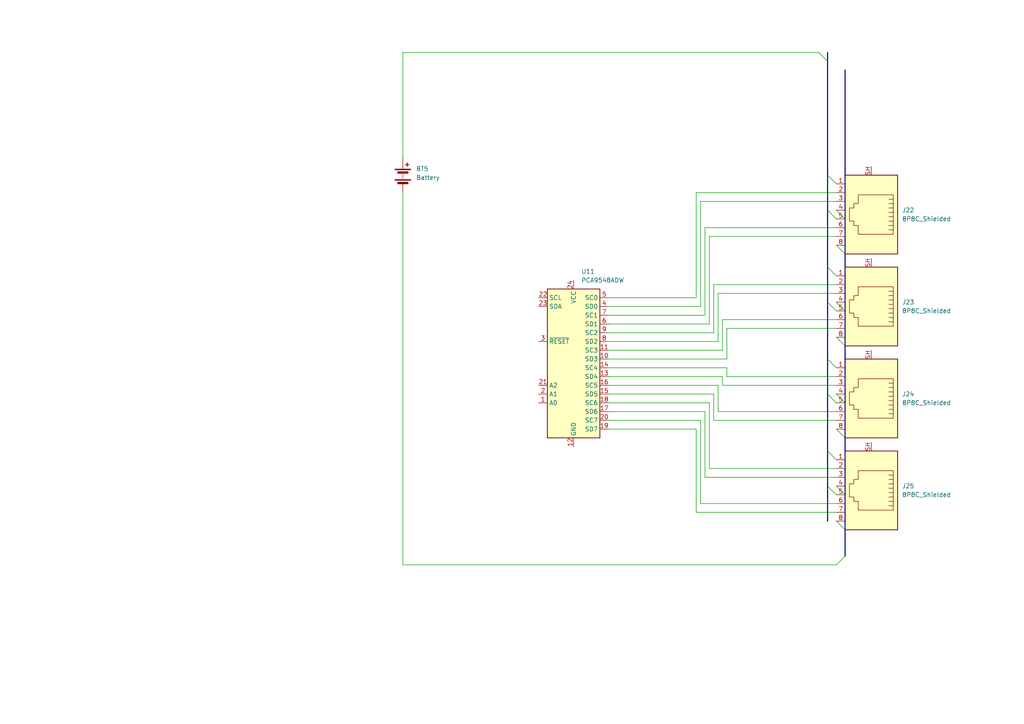
<source format=kicad_sch>
(kicad_sch (version 20230121) (generator eeschema)
  (paper "A4")
  (lib_symbols
    (symbol "Connector:8P8C_Shielded" (pin_names (offset 1.016))
      (property "Reference" "J" (at -5.08 13.97 0))
      (property "Value" "8P8C_Shielded" (at 2.54 13.97 0))
      (symbol "8P8C_Shielded_0_1"
        (polyline (pts (xy -5.08 4.445) (xy -6.35 4.445)))
        (polyline (pts (xy -5.08 5.715) (xy -6.35 5.715)))
        (polyline (pts (xy -6.35 -3.175) (xy -5.08 -3.175) (xy -5.08 -3.175)))
        (polyline (pts (xy -6.35 -1.905) (xy -5.08 -1.905) (xy -5.08 -1.905)))
        (polyline (pts (xy -6.35 -0.635) (xy -5.08 -0.635) (xy -5.08 -0.635)))
        (polyline (pts (xy -6.35 0.635) (xy -5.08 0.635) (xy -5.08 0.635)))
        (polyline (pts (xy -6.35 1.905) (xy -5.08 1.905) (xy -5.08 1.905)))
        (polyline (pts (xy -5.08 3.175) (xy -6.35 3.175) (xy -6.35 3.175)))
        (polyline (pts (xy -6.35 -4.445) (xy -6.35 6.985) (xy 3.81 6.985) (xy 3.81 4.445) (xy 5.08 4.445) (xy 5.08 3.175) (xy 6.35 3.175) (xy 6.35 -0.635) (xy 5.08 -0.635) (xy 5.08 -1.905) (xy 3.81 -1.905) (xy 3.81 -4.445) (xy -6.35 -4.445) (xy -6.35 -4.445)))
        (rectangle (start 7.62 12.7) (end -7.62 -10.16) (stroke (width 0.254)) (fill (type background)))
      )
      (symbol "8P8C_Shielded_1_1"
        (pin passive line (at 10.16 -7.62 180) (length 2.54) (name "~") (number "1"))
        (pin passive line (at 10.16 -5.08 180) (length 2.54) (name "~") (number "2"))
        (pin passive line (at 10.16 -2.54 180) (length 2.54) (name "~") (number "3"))
        (pin passive line (at 10.16 0 180) (length 2.54) (name "~") (number "4"))
        (pin passive line (at 10.16 2.54 180) (length 2.54) (name "~") (number "5"))
        (pin passive line (at 10.16 5.08 180) (length 2.54) (name "~") (number "6"))
        (pin passive line (at 10.16 7.62 180) (length 2.54) (name "~") (number "7"))
        (pin passive line (at 10.16 10.16 180) (length 2.54) (name "~") (number "8"))
        (pin passive line (at 0 -12.7 90) (length 2.54) (name "~") (number "SH"))
      )
    )
    (symbol "Device:Battery" (pin_numbers hide) (pin_names (offset 0) hide)
      (property "Reference" "BT" (at 2.54 2.54 0))
      (property "Value" "Battery" (at 2.54 0 0))
      (symbol "Battery_0_1"
        (rectangle (start -2.286 -1.27) (end 2.286 -1.524) (fill (type outline)))
        (rectangle (start -2.286 1.778) (end 2.286 1.524) (fill (type outline)))
        (rectangle (start -1.524 -2.032) (end 1.524 -2.54) (fill (type outline)))
        (rectangle (start -1.524 1.016) (end 1.524 0.508) (fill (type outline)))
        (polyline (pts (xy 0 -1.016) (xy 0 -0.762)))
        (polyline (pts (xy 0 -0.508) (xy 0 -0.254)))
        (polyline (pts (xy 0 0) (xy 0 0.254)))
        (polyline (pts (xy 0 1.778) (xy 0 2.54)))
        (polyline (pts (xy 0.762 3.048) (xy 1.778 3.048)) (stroke (width 0.254)))
        (polyline (pts (xy 1.27 3.556) (xy 1.27 2.54)) (stroke (width 0.254)))
      )
      (symbol "Battery_1_1"
        (pin passive line (at 0 5.08 270) (length 2.54) (name "+") (number "1"))
        (pin passive line (at 0 -5.08 90) (length 2.54) (name "-") (number "2"))
      )
    )
    (symbol "Interface_Expansion:PCA9548ADW"
      (property "Reference" "U" (at -7.62 21.59 0))
      (property "Value" "PCA9548ADW" (at 1.016 21.59 0))
      (symbol "PCA9548ADW_0_1"
        (rectangle (start -7.62 20.32) (end 7.62 -22.86) (stroke (width 0.254)) (fill (type background)))
      )
      (symbol "PCA9548ADW_1_1"
        (pin input line (at -10.16 -12.7 0) (length 2.54) (name "A0") (number "1"))
        (pin bidirectional line (at 10.16 0 180) (length 2.54) (name "SD3") (number "10"))
        (pin output line (at 10.16 2.54 180) (length 2.54) (name "SC3") (number "11"))
        (pin power_in line (at 0 -25.4 90) (length 2.54) (name "GND") (number "12"))
        (pin bidirectional line (at 10.16 -5.08 180) (length 2.54) (name "SD4") (number "13"))
        (pin output line (at 10.16 -2.54 180) (length 2.54) (name "SC4") (number "14"))
        (pin bidirectional line (at 10.16 -10.16 180) (length 2.54) (name "SD5") (number "15"))
        (pin output line (at 10.16 -7.62 180) (length 2.54) (name "SC5") (number "16"))
        (pin bidirectional line (at 10.16 -15.24 180) (length 2.54) (name "SD6") (number "17"))
        (pin output line (at 10.16 -12.7 180) (length 2.54) (name "SC6") (number "18"))
        (pin bidirectional line (at 10.16 -20.32 180) (length 2.54) (name "SD7") (number "19"))
        (pin input line (at -10.16 -10.16 0) (length 2.54) (name "A1") (number "2"))
        (pin output line (at 10.16 -17.78 180) (length 2.54) (name "SC7") (number "20"))
        (pin input line (at -10.16 -7.62 0) (length 2.54) (name "A2") (number "21"))
        (pin input line (at -10.16 17.78 0) (length 2.54) (name "SCL") (number "22"))
        (pin bidirectional line (at -10.16 15.24 0) (length 2.54) (name "SDA") (number "23"))
        (pin power_in line (at 0 22.86 270) (length 2.54) (name "VCC") (number "24"))
        (pin input line (at -10.16 5.08 0) (length 2.54) (name "~{RESET}") (number "3"))
        (pin bidirectional line (at 10.16 15.24 180) (length 2.54) (name "SD0") (number "4"))
        (pin output line (at 10.16 17.78 180) (length 2.54) (name "SC0") (number "5"))
        (pin bidirectional line (at 10.16 10.16 180) (length 2.54) (name "SD1") (number "6"))
        (pin output line (at 10.16 12.7 180) (length 2.54) (name "SC1") (number "7"))
        (pin bidirectional line (at 10.16 5.08 180) (length 2.54) (name "SD2") (number "8"))
        (pin output line (at 10.16 7.62 180) (length 2.54) (name "SC2") (number "9"))
      )
    )
  )
  (bus_entry (at 240.03 130.81) (size 2.54 2.54))
  (bus_entry (at 237.49 15.24) (size 2.54 2.54))
  (bus_entry (at 242.57 60.96) (size 2.54 2.54))
  (bus_entry (at 240.03 60.96) (size 2.54 2.54))
  (bus_entry (at 240.03 77.47) (size 2.54 2.54))
  (bus_entry (at 242.57 114.3) (size 2.54 2.54))
  (bus_entry (at 242.57 87.63) (size 2.54 2.54))
  (bus_entry (at 240.03 104.14) (size 2.54 2.54))
  (bus_entry (at 242.57 71.12) (size 2.54 2.54))
  (bus_entry (at 240.03 50.8) (size 2.54 2.54))
  (bus_entry (at 240.03 114.3) (size 2.54 2.54))
  (bus_entry (at 242.57 151.13) (size 2.54 2.54))
  (bus_entry (at 242.57 97.79) (size 2.54 2.54))
  (bus_entry (at 240.03 87.63) (size 2.54 2.54))
  (bus_entry (at 242.57 124.46) (size 2.54 2.54))
  (bus_entry (at 242.57 163.83) (size 2.54 -2.54))
  (bus_entry (at 240.03 140.97) (size 2.54 2.54))
  (bus_entry (at 242.57 140.97) (size 2.54 2.54))
  (bus (pts (xy 245.11 20.32) (xy 245.11 63.5)))
  (wire (pts (xy 210.82 95.25) (xy 210.82 104.14)))
  (wire (pts (xy 176.53 106.68) (xy 210.82 106.68)))
  (wire (pts (xy 176.53 121.92) (xy 203.2 121.92)))
  (wire (pts (xy 237.49 15.24) (xy 116.84 15.24)))
  (wire (pts (xy 207.01 82.55) (xy 242.57 82.55)))
  (wire (pts (xy 203.2 88.9) (xy 176.53 88.9)))
  (wire (pts (xy 116.84 15.24) (xy 116.84 45.72)))
  (bus (pts (xy 240.03 130.81) (xy 240.03 140.97)))
  (wire (pts (xy 201.93 86.36) (xy 201.93 55.88)))
  (wire (pts (xy 204.47 91.44) (xy 204.47 66.04)))
  (wire (pts (xy 176.53 96.52) (xy 207.01 96.52)))
  (wire (pts (xy 208.28 85.09) (xy 208.28 99.06)))
  (bus (pts (xy 245.11 116.84) (xy 245.11 127)))
  (wire (pts (xy 201.93 148.59) (xy 201.93 124.46)))
  (bus (pts (xy 245.11 90.17) (xy 245.11 100.33)))
  (wire (pts (xy 242.57 95.25) (xy 210.82 95.25)))
  (wire (pts (xy 242.57 148.59) (xy 201.93 148.59)))
  (bus (pts (xy 245.11 100.33) (xy 245.11 116.84)))
  (wire (pts (xy 242.57 121.92) (xy 207.01 121.92)))
  (bus (pts (xy 245.11 73.66) (xy 245.11 90.17)))
  (wire (pts (xy 203.2 58.42) (xy 203.2 88.9)))
  (wire (pts (xy 210.82 109.22) (xy 242.57 109.22)))
  (bus (pts (xy 240.03 140.97) (xy 240.03 151.13)))
  (wire (pts (xy 209.55 111.76) (xy 209.55 109.22)))
  (wire (pts (xy 242.57 163.83) (xy 116.84 163.83)))
  (wire (pts (xy 116.84 163.83) (xy 116.84 55.88)))
  (wire (pts (xy 205.74 93.98) (xy 176.53 93.98)))
  (wire (pts (xy 176.53 111.76) (xy 208.28 111.76)))
  (wire (pts (xy 204.47 119.38) (xy 176.53 119.38)))
  (bus (pts (xy 245.11 153.67) (xy 245.11 161.29)))
  (wire (pts (xy 201.93 124.46) (xy 176.53 124.46)))
  (wire (pts (xy 176.53 91.44) (xy 204.47 91.44)))
  (bus (pts (xy 245.11 127) (xy 245.11 143.51)))
  (wire (pts (xy 209.55 109.22) (xy 176.53 109.22)))
  (wire (pts (xy 201.93 55.88) (xy 242.57 55.88)))
  (wire (pts (xy 207.01 96.52) (xy 207.01 82.55)))
  (wire (pts (xy 242.57 68.58) (xy 205.74 68.58)))
  (wire (pts (xy 210.82 104.14) (xy 176.53 104.14)))
  (wire (pts (xy 242.57 111.76) (xy 209.55 111.76)))
  (bus (pts (xy 245.11 63.5) (xy 245.11 73.66)))
  (wire (pts (xy 176.53 116.84) (xy 205.74 116.84)))
  (wire (pts (xy 204.47 138.43) (xy 204.47 119.38)))
  (wire (pts (xy 204.47 66.04) (xy 242.57 66.04)))
  (wire (pts (xy 205.74 135.89) (xy 242.57 135.89)))
  (wire (pts (xy 207.01 114.3) (xy 176.53 114.3)))
  (bus (pts (xy 240.03 114.3) (xy 240.03 130.81)))
  (wire (pts (xy 208.28 119.38) (xy 242.57 119.38)))
  (bus (pts (xy 240.03 87.63) (xy 240.03 104.14)))
  (wire (pts (xy 210.82 106.68) (xy 210.82 109.22)))
  (bus (pts (xy 240.03 60.96) (xy 240.03 77.47)))
  (bus (pts (xy 240.03 17.78) (xy 240.03 50.8)))
  (wire (pts (xy 209.55 92.71) (xy 242.57 92.71)))
  (wire (pts (xy 176.53 101.6) (xy 209.55 101.6)))
  (wire (pts (xy 209.55 101.6) (xy 209.55 92.71)))
  (wire (pts (xy 208.28 99.06) (xy 176.53 99.06)))
  (bus (pts (xy 245.11 143.51) (xy 245.11 153.67)))
  (wire (pts (xy 203.2 121.92) (xy 203.2 146.05)))
  (wire (pts (xy 208.28 111.76) (xy 208.28 119.38)))
  (wire (pts (xy 242.57 58.42) (xy 203.2 58.42)))
  (bus (pts (xy 240.03 77.47) (xy 240.03 87.63)))
  (wire (pts (xy 176.53 86.36) (xy 201.93 86.36)))
  (wire (pts (xy 205.74 68.58) (xy 205.74 93.98)))
  (bus (pts (xy 240.03 104.14) (xy 240.03 114.3)))
  (wire (pts (xy 205.74 116.84) (xy 205.74 135.89)))
  (bus (pts (xy 240.03 15.24) (xy 240.03 17.78)))
  (bus (pts (xy 240.03 50.8) (xy 240.03 60.96)))
  (wire (pts (xy 203.2 146.05) (xy 242.57 146.05)))
  (wire (pts (xy 242.57 138.43) (xy 204.47 138.43)))
  (wire (pts (xy 207.01 121.92) (xy 207.01 114.3)))
  (wire (pts (xy 242.57 85.09) (xy 208.28 85.09)))
  (symbol (lib_id "Connector:8P8C_Shielded") (at 252.73 140.97 180) (unit 1)
    (property "Reference" "J25" (at 261.62 140.97 0) (effects (justify right)))
    (property "Value" "8P8C_Shielded" (at 261.62 143.51 0) (effects (justify right)))
    (property "Footprint" "Connector_RJ:RJ45_HALO_HFJ11-x2450HRL_Horizontal" (effects hide))
  )
  (symbol (lib_id "Interface_Expansion:PCA9548ADW") (at 166.37 104.14 0) (unit 1)
    (property "Reference" "U11" (at 168.5641 78.74 0) (effects (justify left)))
    (property "Value" "PCA9548ADW" (at 168.5641 81.28 0) (effects (justify left)))
    (property "Footprint" "Package_SO:SOIC-24W_7.5x15.4mm_P1.27mm" (effects hide))
    (property "Datasheet" "http://www.ti.com/lit/ds/symlink/pca9548a.pdf" (effects hide))
  )
  (symbol (lib_id "Connector:8P8C_Shielded") (at 252.73 60.96 180) (unit 1)
    (property "Reference" "J22" (at 261.62 60.96 0) (effects (justify right)))
    (property "Value" "8P8C_Shielded" (at 261.62 63.5 0) (effects (justify right)))
    (property "Footprint" "Connector_RJ:RJ45_HALO_HFJ11-x2450HRL_Horizontal" (effects hide))
  )
  (symbol (lib_id "Connector:8P8C_Shielded") (at 252.73 114.3 180) (unit 1)
    (property "Reference" "J24" (at 261.62 114.3 0) (effects (justify right)))
    (property "Value" "8P8C_Shielded" (at 261.62 116.84 0) (effects (justify right)))
    (property "Footprint" "Connector_RJ:RJ45_HALO_HFJ11-x2450HRL_Horizontal" (effects hide))
  )
  (symbol (lib_id "Connector:8P8C_Shielded") (at 252.73 87.63 180) (unit 1)
    (property "Reference" "J23" (at 261.62 87.63 0) (effects (justify right)))
    (property "Value" "8P8C_Shielded" (at 261.62 90.17 0) (effects (justify right)))
    (property "Footprint" "Connector_RJ:RJ45_HALO_HFJ11-x2450HRL_Horizontal" (effects hide))
  )
  (symbol (lib_id "Device:Battery") (at 116.84 50.8 0) (unit 1)
    (property "Reference" "BT5" (at 120.65 48.9585 0) (effects (justify left)))
    (property "Value" "Battery" (at 120.65 51.4985 0) (effects (justify left)))
  )
)
</source>
